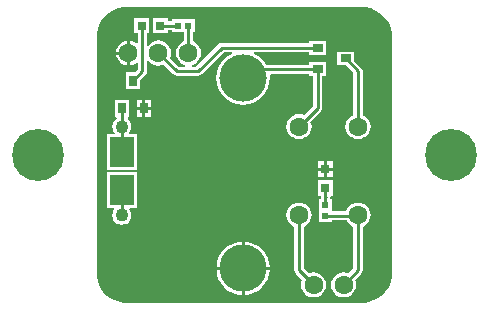
<source format=gtl>
G04*
G04 #@! TF.GenerationSoftware,Altium Limited,Altium Designer,18.1.11 (251)*
G04*
G04 Layer_Physical_Order=1*
G04 Layer_Color=255*
%FSLAX25Y25*%
%MOIN*%
G70*
G01*
G75*
%ADD13R,0.03740X0.02559*%
%ADD14R,0.03150X0.03150*%
%ADD15R,0.02165X0.02362*%
%ADD16R,0.08071X0.09843*%
%ADD17R,0.03150X0.03150*%
%ADD18R,0.02362X0.02165*%
%ADD19R,0.02559X0.03740*%
%ADD31C,0.01000*%
%ADD32C,0.06299*%
%ADD33C,0.17323*%
%ADD34C,0.04331*%
%ADD35C,0.15748*%
G36*
X9842Y98425D02*
X88583Y98425D01*
X88583Y98425D01*
X88583Y98425D01*
X89552Y98425D01*
X91454Y98047D01*
X93245Y97305D01*
X94857Y96228D01*
X96228Y94857D01*
X97305Y93245D01*
X98047Y91454D01*
X98425Y89552D01*
X98425Y88583D01*
X98426Y9843D01*
X98426Y9843D01*
Y8874D01*
X98048Y6972D01*
X97306Y5181D01*
X96228Y3568D01*
X94857Y2197D01*
X93245Y1120D01*
X91454Y378D01*
X89552Y-0D01*
X88583D01*
X9842Y0D01*
X8873Y-0D01*
X6971Y378D01*
X5180Y1120D01*
X3568Y2197D01*
X2197Y3568D01*
X1120Y5180D01*
X378Y6972D01*
X-0Y8873D01*
X0Y9843D01*
X-0Y88112D01*
X0Y88583D01*
X0Y88583D01*
X-0Y88583D01*
X-0Y89552D01*
X378Y91454D01*
X1120Y93245D01*
X2197Y94857D01*
X3568Y96228D01*
X5180Y97305D01*
X6971Y98047D01*
X8873Y98425D01*
X9842Y98425D01*
D02*
G37*
%LPC*%
G36*
X10080Y87315D02*
X9497Y87238D01*
X8487Y86820D01*
X7621Y86155D01*
X6955Y85288D01*
X6537Y84278D01*
X6460Y83695D01*
X10080D01*
Y87315D01*
D02*
G37*
G36*
Y82695D02*
X6460D01*
X6537Y82112D01*
X6955Y81102D01*
X7621Y80236D01*
X8487Y79570D01*
X9497Y79152D01*
X10080Y79075D01*
Y82695D01*
D02*
G37*
G36*
X23835Y94897D02*
X18686D01*
Y89748D01*
X23835D01*
Y90793D01*
X25052D01*
Y90240D01*
X29051D01*
Y87053D01*
X28487Y86820D01*
X27621Y86155D01*
X26955Y85288D01*
X26537Y84278D01*
X26395Y83195D01*
X26537Y82112D01*
X26955Y81102D01*
X27621Y80236D01*
X28487Y79570D01*
X29394Y79195D01*
X29295Y78695D01*
X27243D01*
X24390Y81549D01*
X24623Y82112D01*
X24766Y83195D01*
X24623Y84278D01*
X24205Y85288D01*
X23540Y86155D01*
X22673Y86820D01*
X21663Y87238D01*
X20580Y87380D01*
X19497Y87238D01*
X18487Y86820D01*
X17621Y86155D01*
X17259Y85684D01*
X16759Y85853D01*
Y89748D01*
X17536D01*
Y94897D01*
X12386D01*
Y89748D01*
X13700D01*
Y86661D01*
X13200Y86415D01*
X12673Y86820D01*
X11663Y87238D01*
X11080Y87315D01*
Y83195D01*
Y79075D01*
X11663Y79152D01*
X12673Y79570D01*
X13200Y79975D01*
X13700Y79729D01*
Y77792D01*
X12774Y76866D01*
X9787D01*
Y71125D01*
X14346D01*
Y74112D01*
X16311Y76077D01*
X16643Y76573D01*
X16759Y77159D01*
Y80537D01*
X17259Y80707D01*
X17621Y80236D01*
X18487Y79570D01*
X19497Y79152D01*
X20580Y79010D01*
X21663Y79152D01*
X22227Y79386D01*
X25528Y76084D01*
X26025Y75752D01*
X26610Y75636D01*
X33858D01*
X34444Y75752D01*
X34940Y76084D01*
X42307Y83452D01*
X45114D01*
X45239Y82952D01*
X43865Y82217D01*
X42514Y81108D01*
X41405Y79757D01*
X40581Y78215D01*
X40073Y76543D01*
X39902Y74803D01*
X40073Y73063D01*
X40581Y71391D01*
X41405Y69849D01*
X42514Y68498D01*
X43865Y67389D01*
X45406Y66565D01*
X47079Y66057D01*
X48819Y65886D01*
X50559Y66057D01*
X52231Y66565D01*
X53773Y67389D01*
X55124Y68498D01*
X56233Y69849D01*
X57057Y71391D01*
X57565Y73063D01*
X57736Y74803D01*
X57630Y75876D01*
X57966Y76247D01*
X70851D01*
Y75497D01*
X72192D01*
Y65594D01*
X69068Y62471D01*
X68505Y62704D01*
X67422Y62847D01*
X66338Y62704D01*
X65329Y62286D01*
X64462Y61621D01*
X63797Y60754D01*
X63379Y59745D01*
X63236Y58661D01*
X63379Y57578D01*
X63797Y56569D01*
X64462Y55702D01*
X65329Y55037D01*
X66338Y54619D01*
X67422Y54476D01*
X68505Y54619D01*
X69514Y55037D01*
X70381Y55702D01*
X71046Y56569D01*
X71465Y57578D01*
X71607Y58661D01*
X71465Y59745D01*
X71231Y60308D01*
X74802Y63879D01*
X75134Y64375D01*
X75250Y64961D01*
Y75497D01*
X76591D01*
Y80056D01*
X70851D01*
Y79306D01*
X56474D01*
X56233Y79757D01*
X55124Y81108D01*
X53773Y82217D01*
X52399Y82952D01*
X52524Y83452D01*
X70851D01*
Y82701D01*
X76591D01*
Y87261D01*
X70851D01*
Y86510D01*
X41674D01*
X41089Y86394D01*
X40593Y86063D01*
X33225Y78695D01*
X31865D01*
X31766Y79195D01*
X32673Y79570D01*
X33540Y80236D01*
X34205Y81102D01*
X34623Y82112D01*
X34765Y83195D01*
X34623Y84278D01*
X34205Y85288D01*
X33540Y86155D01*
X32673Y86820D01*
X32109Y87053D01*
Y90240D01*
X32761D01*
Y94405D01*
X25052D01*
Y93852D01*
X23835D01*
Y94897D01*
D02*
G37*
G36*
X17948Y67614D02*
X16169D01*
Y65244D01*
X17948D01*
Y67614D01*
D02*
G37*
G36*
X15169D02*
X13389D01*
Y65244D01*
X15169D01*
Y67614D01*
D02*
G37*
G36*
X17948Y64244D02*
X16169D01*
Y61874D01*
X17948D01*
Y64244D01*
D02*
G37*
G36*
X15169D02*
X13389D01*
Y61874D01*
X15169D01*
Y64244D01*
D02*
G37*
G36*
X85843Y83658D02*
X80103D01*
Y79099D01*
X83090D01*
X85577Y76611D01*
Y62519D01*
X85014Y62286D01*
X84147Y61621D01*
X83482Y60754D01*
X83064Y59745D01*
X82921Y58661D01*
X83064Y57578D01*
X83482Y56569D01*
X84147Y55702D01*
X85014Y55037D01*
X86023Y54619D01*
X87107Y54476D01*
X88190Y54619D01*
X89199Y55037D01*
X90066Y55702D01*
X90731Y56569D01*
X91149Y57578D01*
X91292Y58661D01*
X91149Y59745D01*
X90731Y60754D01*
X90066Y61621D01*
X89199Y62286D01*
X88636Y62519D01*
Y77245D01*
X88520Y77830D01*
X88188Y78326D01*
X85843Y80672D01*
Y83658D01*
D02*
G37*
G36*
X78773Y47063D02*
X76698D01*
Y44988D01*
X78773D01*
Y47063D01*
D02*
G37*
G36*
X75698D02*
X73623D01*
Y44988D01*
X75698D01*
Y47063D01*
D02*
G37*
G36*
X10744Y67614D02*
X6185D01*
Y61874D01*
X6564D01*
X6677Y61628D01*
X6701Y61374D01*
X6109Y60919D01*
X5602Y60258D01*
X5283Y59488D01*
X5174Y58661D01*
X5283Y57835D01*
X5602Y57065D01*
X5974Y56579D01*
X5747Y56079D01*
X3331D01*
Y44237D01*
X13402D01*
Y56079D01*
X10986D01*
X10759Y56579D01*
X11131Y57065D01*
X11450Y57835D01*
X11559Y58661D01*
X11450Y59488D01*
X11131Y60258D01*
X10624Y60919D01*
X10332Y61143D01*
X10290Y61783D01*
X10379Y61874D01*
X10744D01*
Y67614D01*
D02*
G37*
G36*
X78773Y43988D02*
X76698D01*
Y41913D01*
X78773D01*
Y43988D01*
D02*
G37*
G36*
X75698D02*
X73623D01*
Y41913D01*
X75698D01*
Y43988D01*
D02*
G37*
G36*
X13402Y43481D02*
X3331D01*
Y31638D01*
X5668D01*
X5915Y31138D01*
X5602Y30730D01*
X5283Y29960D01*
X5174Y29134D01*
X5283Y28308D01*
X5602Y27538D01*
X6109Y26876D01*
X6770Y26369D01*
X7540Y26050D01*
X8366Y25941D01*
X9193Y26050D01*
X9963Y26369D01*
X10624Y26876D01*
X11131Y27538D01*
X11450Y28308D01*
X11559Y29134D01*
X11450Y29960D01*
X11131Y30730D01*
X10818Y31138D01*
X11065Y31638D01*
X13402D01*
Y43481D01*
D02*
G37*
G36*
X49319Y20285D02*
Y11917D01*
X57687D01*
X57565Y13157D01*
X57057Y14830D01*
X56233Y16371D01*
X55124Y17723D01*
X53773Y18832D01*
X52231Y19656D01*
X50559Y20163D01*
X49319Y20285D01*
D02*
G37*
G36*
X48319D02*
X47079Y20163D01*
X45406Y19656D01*
X43865Y18832D01*
X42514Y17723D01*
X41405Y16371D01*
X40581Y14830D01*
X40073Y13157D01*
X39951Y11917D01*
X48319D01*
Y20285D01*
D02*
G37*
G36*
X78773Y40763D02*
X73623D01*
Y35614D01*
X74668D01*
Y34563D01*
X74115D01*
Y30201D01*
Y26855D01*
X78280D01*
Y27507D01*
X83289D01*
X83482Y27041D01*
X84147Y26174D01*
X85014Y25509D01*
X85577Y25276D01*
Y11367D01*
X83925Y9715D01*
X83362Y9949D01*
X82279Y10091D01*
X81195Y9949D01*
X80186Y9531D01*
X79319Y8865D01*
X78654Y7999D01*
X78236Y6989D01*
X78093Y5906D01*
X78236Y4823D01*
X78654Y3813D01*
X79319Y2946D01*
X80186Y2281D01*
X81195Y1863D01*
X82279Y1720D01*
X83362Y1863D01*
X84371Y2281D01*
X85238Y2946D01*
X85903Y3813D01*
X86321Y4823D01*
X86464Y5906D01*
X86321Y6989D01*
X86088Y7552D01*
X88188Y9652D01*
X88520Y10149D01*
X88636Y10734D01*
Y25276D01*
X89199Y25509D01*
X90066Y26174D01*
X90731Y27041D01*
X91149Y28051D01*
X91292Y29134D01*
X91149Y30217D01*
X90731Y31227D01*
X90066Y32093D01*
X89199Y32759D01*
X88190Y33177D01*
X87107Y33319D01*
X86023Y33177D01*
X85014Y32759D01*
X84147Y32093D01*
X83482Y31227D01*
X83208Y30565D01*
X78280D01*
Y34563D01*
X78207D01*
X77890Y34950D01*
X77908Y35039D01*
X77870Y35227D01*
X78188Y35614D01*
X78773D01*
Y40763D01*
D02*
G37*
G36*
X57687Y10917D02*
X49319D01*
Y2550D01*
X50559Y2672D01*
X52231Y3179D01*
X53773Y4003D01*
X55124Y5112D01*
X56233Y6463D01*
X57057Y8005D01*
X57565Y9678D01*
X57687Y10917D01*
D02*
G37*
G36*
X48319D02*
X39951D01*
X40073Y9678D01*
X40581Y8005D01*
X41405Y6463D01*
X42514Y5112D01*
X43865Y4003D01*
X45406Y3179D01*
X47079Y2672D01*
X48319Y2550D01*
Y10917D01*
D02*
G37*
G36*
X67422Y33319D02*
X66338Y33177D01*
X65329Y32759D01*
X64462Y32093D01*
X63797Y31227D01*
X63379Y30217D01*
X63236Y29134D01*
X63379Y28051D01*
X63797Y27041D01*
X64462Y26174D01*
X65329Y25509D01*
X65892Y25276D01*
Y10763D01*
X66009Y10177D01*
X66340Y9681D01*
X68469Y7552D01*
X68236Y6989D01*
X68093Y5906D01*
X68236Y4823D01*
X68654Y3813D01*
X69319Y2946D01*
X70186Y2281D01*
X71195Y1863D01*
X72279Y1720D01*
X73362Y1863D01*
X74371Y2281D01*
X75238Y2946D01*
X75903Y3813D01*
X76321Y4823D01*
X76464Y5906D01*
X76321Y6989D01*
X75903Y7999D01*
X75238Y8865D01*
X74371Y9531D01*
X73362Y9949D01*
X72279Y10091D01*
X71195Y9949D01*
X70632Y9715D01*
X68951Y11396D01*
Y25276D01*
X69514Y25509D01*
X70381Y26174D01*
X71046Y27041D01*
X71465Y28051D01*
X71607Y29134D01*
X71465Y30217D01*
X71046Y31227D01*
X70381Y32093D01*
X69514Y32759D01*
X68505Y33177D01*
X67422Y33319D01*
D02*
G37*
%LPD*%
D13*
X82973Y81379D02*
D03*
X73721Y77776D02*
D03*
Y84981D02*
D03*
D14*
X76198Y38188D02*
D03*
Y44488D02*
D03*
D15*
X76197Y32382D02*
D03*
Y29036D02*
D03*
D16*
X8366Y37560D02*
D03*
Y50158D02*
D03*
D17*
X21260Y92322D02*
D03*
X14961D02*
D03*
D18*
X30580Y92322D02*
D03*
X27234D02*
D03*
D19*
X12066Y73996D02*
D03*
X15669Y64744D02*
D03*
X8464D02*
D03*
D31*
X8366Y58661D02*
X8464Y58759D01*
Y64744D01*
X12066Y73996D02*
X15230Y77159D01*
Y92054D01*
X14961Y92322D02*
X15230Y92054D01*
X21260Y92322D02*
X21260Y92322D01*
X27234D01*
X30580Y83195D02*
Y92322D01*
X20580Y83195D02*
X26610Y77165D01*
X33858D01*
X41674Y84981D01*
X73721D01*
X48819Y74803D02*
X51792Y77776D01*
X73721D01*
X67422Y58661D02*
X73721Y64961D01*
Y77776D01*
X87107Y58661D02*
Y77245D01*
X82973Y81379D02*
X87107Y77245D01*
X87009Y29036D02*
X87107Y29134D01*
X76197Y29036D02*
X87009D01*
X82279Y5906D02*
X87107Y10734D01*
Y29134D01*
X67422Y10763D02*
X72279Y5906D01*
X67422Y10763D02*
Y29134D01*
X8366Y50158D02*
Y58661D01*
Y29134D02*
Y37560D01*
X76378Y35038D02*
X76379Y35039D01*
X76197Y32382D02*
Y38188D01*
D32*
X72279Y5906D02*
D03*
X82279D02*
D03*
X30580Y83195D02*
D03*
X20580D02*
D03*
X10580D02*
D03*
X67422Y29134D02*
D03*
X87107D02*
D03*
Y58661D02*
D03*
X67422D02*
D03*
D33*
X118110Y49213D02*
D03*
X-19685D02*
D03*
D34*
X8366Y58661D02*
D03*
Y29134D02*
D03*
D35*
X48819Y74803D02*
D03*
Y11417D02*
D03*
M02*

</source>
